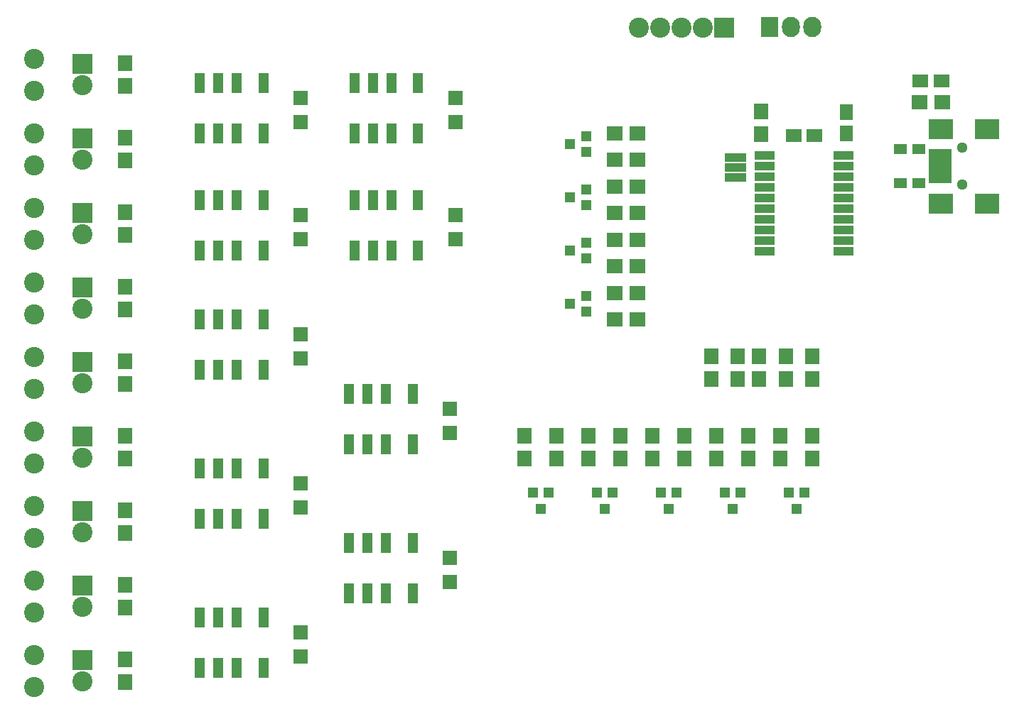
<source format=gbr>
G04 #@! TF.FileFunction,Soldermask,Top*
%FSLAX46Y46*%
G04 Gerber Fmt 4.6, Leading zero omitted, Abs format (unit mm)*
G04 Created by KiCad (PCBNEW 4.0.2-stable) date 26.4.2016 12:05:50*
%MOMM*%
G01*
G04 APERTURE LIST*
%ADD10C,0.100000*%
%ADD11R,1.900000X1.650000*%
%ADD12R,1.650000X1.900000*%
%ADD13R,2.350000X1.000000*%
%ADD14R,1.600000X1.300000*%
%ADD15R,1.900000X1.700000*%
%ADD16R,1.700000X1.900000*%
%ADD17R,1.200000X2.400000*%
%ADD18R,1.200100X1.200100*%
%ADD19R,2.600000X1.000000*%
%ADD20R,2.400000X2.400000*%
%ADD21C,2.400000*%
%ADD22R,2.127200X2.432000*%
%ADD23O,2.127200X2.432000*%
%ADD24R,2.701240X0.900380*%
%ADD25R,2.899360X2.398980*%
%ADD26C,1.299160*%
%ADD27R,1.800000X1.700000*%
G04 APERTURE END LIST*
D10*
D11*
X162032000Y-70612000D03*
X159532000Y-70612000D03*
X144419000Y-77089000D03*
X146919000Y-77089000D03*
D12*
X150749000Y-74315000D03*
X150749000Y-76815000D03*
D13*
X140969000Y-79502000D03*
X140969000Y-80772000D03*
X140969000Y-82042000D03*
X140969000Y-83312000D03*
X140969000Y-84582000D03*
X140969000Y-85852000D03*
X140969000Y-87122000D03*
X140969000Y-88392000D03*
X140969000Y-89662000D03*
X140969000Y-90932000D03*
X150369000Y-90932000D03*
X150369000Y-89662000D03*
X150369000Y-88392000D03*
X150369000Y-87122000D03*
X150369000Y-85852000D03*
X150369000Y-84582000D03*
X150369000Y-83312000D03*
X150369000Y-82042000D03*
X150369000Y-80772000D03*
X150369000Y-79502000D03*
D14*
X157142000Y-82804000D03*
X159342000Y-82804000D03*
X157142000Y-78740000D03*
X159342000Y-78740000D03*
D15*
X125810000Y-83185000D03*
X123110000Y-83185000D03*
D16*
X64770000Y-71200000D03*
X64770000Y-68500000D03*
D15*
X162132000Y-73152000D03*
X159432000Y-73152000D03*
X123110000Y-86360000D03*
X125810000Y-86360000D03*
D16*
X140589000Y-76915000D03*
X140589000Y-74215000D03*
D15*
X125810000Y-89535000D03*
X123110000Y-89535000D03*
D16*
X64770000Y-80090000D03*
X64770000Y-77390000D03*
D15*
X123110000Y-92710000D03*
X125810000Y-92710000D03*
X125810000Y-76835000D03*
X123110000Y-76835000D03*
D16*
X64770000Y-88980000D03*
X64770000Y-86280000D03*
D15*
X123110000Y-80010000D03*
X125810000Y-80010000D03*
X125810000Y-95885000D03*
X123110000Y-95885000D03*
D16*
X64770000Y-97870000D03*
X64770000Y-95170000D03*
D15*
X123110000Y-99060000D03*
X125810000Y-99060000D03*
D16*
X112395000Y-112950000D03*
X112395000Y-115650000D03*
X64770000Y-106760000D03*
X64770000Y-104060000D03*
X116205000Y-115650000D03*
X116205000Y-112950000D03*
X120015000Y-112950000D03*
X120015000Y-115650000D03*
X64770000Y-115650000D03*
X64770000Y-112950000D03*
X127635000Y-112950000D03*
X127635000Y-115650000D03*
X64770000Y-121840000D03*
X64770000Y-124540000D03*
X123825000Y-115650000D03*
X123825000Y-112950000D03*
X131445000Y-115650000D03*
X131445000Y-112950000D03*
X135255000Y-112950000D03*
X135255000Y-115650000D03*
X64770000Y-133430000D03*
X64770000Y-130730000D03*
X142875000Y-112950000D03*
X142875000Y-115650000D03*
X64770000Y-142320000D03*
X64770000Y-139620000D03*
X139065000Y-115650000D03*
X139065000Y-112950000D03*
X146685000Y-115650000D03*
X146685000Y-112950000D03*
D17*
X81280000Y-70866000D03*
X78080000Y-70866000D03*
X75880000Y-70866000D03*
X73680000Y-70866000D03*
X73680000Y-76866000D03*
X75880000Y-76866000D03*
X78080000Y-76866000D03*
X81280000Y-76866000D03*
X99695000Y-70866000D03*
X96495000Y-70866000D03*
X94295000Y-70866000D03*
X92095000Y-70866000D03*
X92095000Y-76866000D03*
X94295000Y-76866000D03*
X96495000Y-76866000D03*
X99695000Y-76866000D03*
X81280000Y-84836000D03*
X78080000Y-84836000D03*
X75880000Y-84836000D03*
X73680000Y-84836000D03*
X73680000Y-90836000D03*
X75880000Y-90836000D03*
X78080000Y-90836000D03*
X81280000Y-90836000D03*
X99695000Y-84836000D03*
X96495000Y-84836000D03*
X94295000Y-84836000D03*
X92095000Y-84836000D03*
X92095000Y-90836000D03*
X94295000Y-90836000D03*
X96495000Y-90836000D03*
X99695000Y-90836000D03*
X81280000Y-99060000D03*
X78080000Y-99060000D03*
X75880000Y-99060000D03*
X73680000Y-99060000D03*
X73680000Y-105060000D03*
X75880000Y-105060000D03*
X78080000Y-105060000D03*
X81280000Y-105060000D03*
X99060000Y-107950000D03*
X95860000Y-107950000D03*
X93660000Y-107950000D03*
X91460000Y-107950000D03*
X91460000Y-113950000D03*
X93660000Y-113950000D03*
X95860000Y-113950000D03*
X99060000Y-113950000D03*
X81280000Y-116840000D03*
X78080000Y-116840000D03*
X75880000Y-116840000D03*
X73680000Y-116840000D03*
X73680000Y-122840000D03*
X75880000Y-122840000D03*
X78080000Y-122840000D03*
X81280000Y-122840000D03*
X99060000Y-125730000D03*
X95860000Y-125730000D03*
X93660000Y-125730000D03*
X91460000Y-125730000D03*
X91460000Y-131730000D03*
X93660000Y-131730000D03*
X95860000Y-131730000D03*
X99060000Y-131730000D03*
X81280000Y-134620000D03*
X78080000Y-134620000D03*
X75880000Y-134620000D03*
X73680000Y-134620000D03*
X73680000Y-140620000D03*
X75880000Y-140620000D03*
X78080000Y-140620000D03*
X81280000Y-140620000D03*
D18*
X119745760Y-85405000D03*
X119745760Y-83505000D03*
X117746780Y-84455000D03*
X119745760Y-91755000D03*
X119745760Y-89855000D03*
X117746780Y-90805000D03*
X119745760Y-79055000D03*
X119745760Y-77155000D03*
X117746780Y-78105000D03*
X119745760Y-98105000D03*
X119745760Y-96205000D03*
X117746780Y-97155000D03*
X115250000Y-119649240D03*
X113350000Y-119649240D03*
X114300000Y-121648220D03*
X122870000Y-119649240D03*
X120970000Y-119649240D03*
X121920000Y-121648220D03*
X130490000Y-119649240D03*
X128590000Y-119649240D03*
X129540000Y-121648220D03*
X138110000Y-119649240D03*
X136210000Y-119649240D03*
X137160000Y-121648220D03*
X145730000Y-119649240D03*
X143830000Y-119649240D03*
X144780000Y-121648220D03*
D19*
X137541000Y-80899000D03*
X137541000Y-82099000D03*
X137541000Y-79699000D03*
D16*
X134620000Y-106125000D03*
X134620000Y-103425000D03*
X137795000Y-106125000D03*
X137795000Y-103425000D03*
X140335000Y-106125000D03*
X140335000Y-103425000D03*
X143510000Y-106125000D03*
X143510000Y-103425000D03*
X146685000Y-106125000D03*
X146685000Y-103425000D03*
D20*
X136144000Y-64262000D03*
D21*
X131064000Y-64262000D03*
X128524000Y-64262000D03*
X125984000Y-64262000D03*
X53975000Y-76835000D03*
X53975000Y-80645000D03*
X53975000Y-85725000D03*
X53975000Y-89535000D03*
X53975000Y-94615000D03*
X53975000Y-98425000D03*
X53975000Y-103505000D03*
X53975000Y-107315000D03*
X133604000Y-64262000D03*
X53975000Y-121285000D03*
X53975000Y-125095000D03*
X53975000Y-130175000D03*
X53975000Y-133985000D03*
X53975000Y-139065000D03*
X53975000Y-142875000D03*
D22*
X141605000Y-64135000D03*
D23*
X144145000Y-64135000D03*
X146685000Y-64135000D03*
D24*
X161904680Y-82372200D03*
X161904680Y-81572100D03*
X161904680Y-80772000D03*
X161904680Y-79971900D03*
X161904680Y-79171800D03*
D25*
X162003740Y-85222080D03*
X167502840Y-85222080D03*
X162003740Y-76321920D03*
X167502840Y-76321920D03*
D26*
X164503100Y-82971640D03*
X164503100Y-78572360D03*
D21*
X53975000Y-67945000D03*
X53975000Y-71755000D03*
X53975000Y-112395000D03*
X53975000Y-116205000D03*
D20*
X59690000Y-68580000D03*
D21*
X59690000Y-71120000D03*
D20*
X59690000Y-77470000D03*
D21*
X59690000Y-80010000D03*
D20*
X59690000Y-86360000D03*
D21*
X59690000Y-88900000D03*
D20*
X59690000Y-95250000D03*
D21*
X59690000Y-97790000D03*
D20*
X59690000Y-104140000D03*
D21*
X59690000Y-106680000D03*
D20*
X59690000Y-113030000D03*
D21*
X59690000Y-115570000D03*
D20*
X59690000Y-121920000D03*
D21*
X59690000Y-124460000D03*
D20*
X59690000Y-130810000D03*
D21*
X59690000Y-133350000D03*
D20*
X59690000Y-139700000D03*
D21*
X59690000Y-142240000D03*
D27*
X85725000Y-72591000D03*
X85725000Y-75491000D03*
X104140000Y-72591000D03*
X104140000Y-75491000D03*
X85725000Y-86561000D03*
X85725000Y-89461000D03*
X104140000Y-86561000D03*
X104140000Y-89461000D03*
X85725000Y-100785000D03*
X85725000Y-103685000D03*
X103505000Y-109675000D03*
X103505000Y-112575000D03*
X85725000Y-118565000D03*
X85725000Y-121465000D03*
X103505000Y-127455000D03*
X103505000Y-130355000D03*
X85725000Y-136345000D03*
X85725000Y-139245000D03*
M02*

</source>
